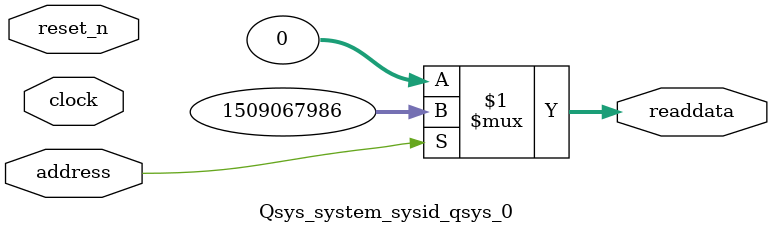
<source format=v>



// synthesis translate_off
`timescale 1ns / 1ps
// synthesis translate_on

// turn off superfluous verilog processor warnings 
// altera message_level Level1 
// altera message_off 10034 10035 10036 10037 10230 10240 10030 

module Qsys_system_sysid_qsys_0 (
               // inputs:
                address,
                clock,
                reset_n,

               // outputs:
                readdata
             )
;

  output  [ 31: 0] readdata;
  input            address;
  input            clock;
  input            reset_n;

  wire    [ 31: 0] readdata;
  //control_slave, which is an e_avalon_slave
  assign readdata = address ? 1509067986 : 0;

endmodule



</source>
